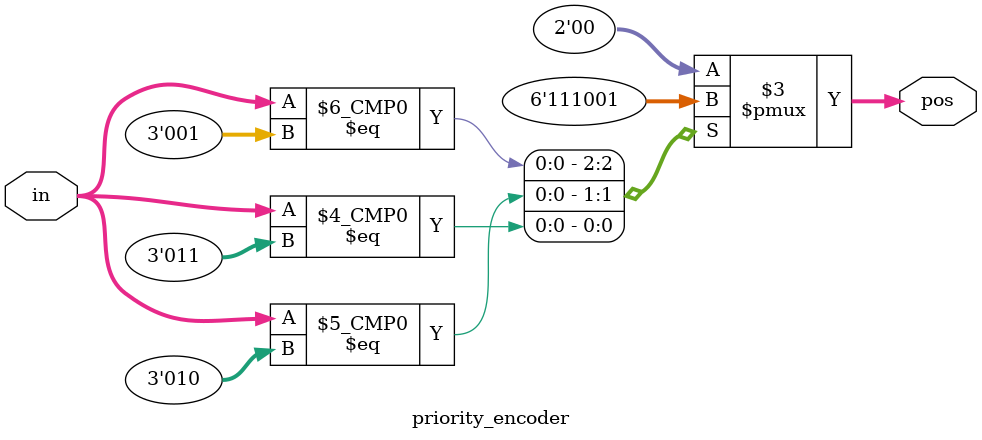
<source format=v>
module priority_encoder( 
input [2:0] in,
output reg [1:0] pos ); 
// When sel=1, assign b to out
always@(*)
begin
	case(in)
	3'b000: pos=2'b00; // If all the input bits are low, output is low
	3'b001: pos=2'b11; // If all the input bits are high, output is high
	3'b010: pos=2'b10; // If none of the input bits are high, then output is middle value
	3'b011: pos=2'b01; // If only one of the input bits is high, then output is middle value
	default: pos=2'b00;
	endcase
end 
endmodule

</source>
